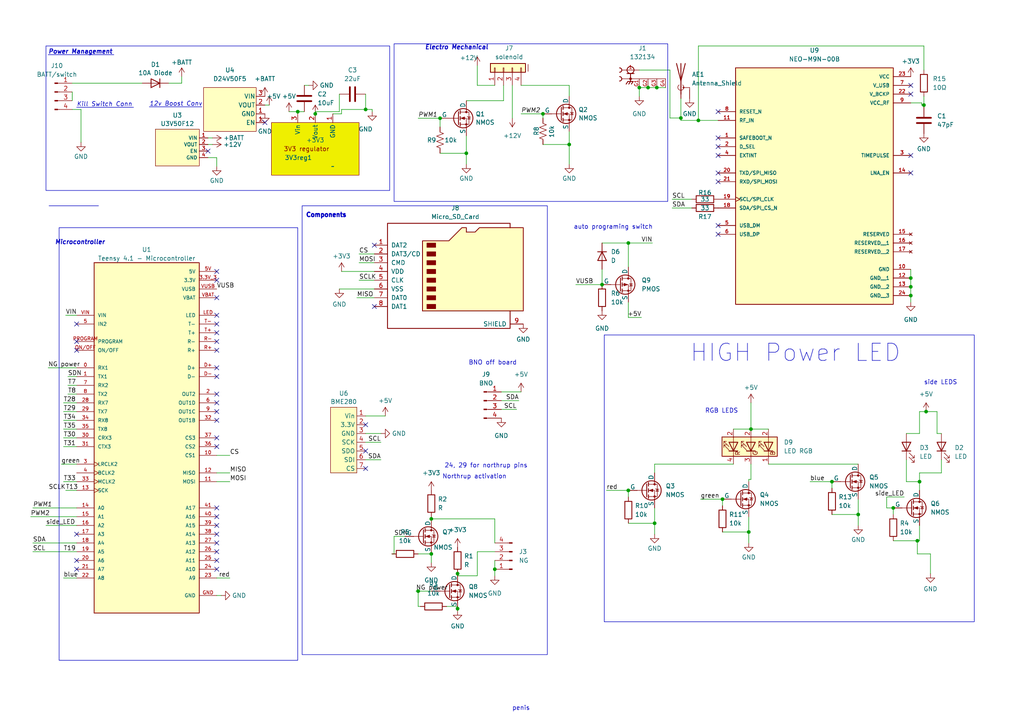
<source format=kicad_sch>
(kicad_sch (version 20250114) (generator "eeschema") (generator_version "9.0")
  (paper "A4")
  (rectangle (start 14.224 59.69) (end 28.575 59.69))
  (rectangle (start 13.335 13.335) (end 113.03 55.245))
  (rectangle (start 22.225 31.115) (end 38.735 31.115))
  (rectangle (start 114.3 12.7) (end 193.675 58.42))
  (rectangle (start 17.145 66.04) (end 86.36 191.516))
  (rectangle (start 175.26 97.155) (end 282.575 180.34))
  (rectangle (start 87.63 59.69) (end 158.75 189.865))
  (rectangle (start 13.97 15.875) (end 33.02 15.875))
  (rectangle (start 43.307 30.988) (end 58.547 30.988))
  (text "BNO off board" (at 135.89 106.045 0) (effects (font (size 1.27 1.27)) (justify left bottom)))
  (text "auto programing switch" (at 166.37 66.675 0) (effects (font (size 1.27 1.27)) (justify left bottom)))
  (text "12v Boost Conv" (at 43.307 30.988 0) (effects (font (size 1.27 1.27) (italic yes)) (justify left bottom)))
  (text "24, 29 for northrup pins" (at 128.905 135.89 0) (effects (font (size 1.27 1.27)) (justify left bottom)))
  (text "Components" (at 88.646 63.246 0) (effects (font (size 1.27 1.27) (thickness 1) (bold yes)) (justify left bottom)))
  (text "Electro Mechanical" (at 123.19 14.605 0) (effects (font (size 1.27 1.27) (thickness 0.254) (bold yes) (italic yes)) (justify left bottom)))
  (text "Kill Switch Conn" (at 22.225 31.115 0) (effects (font (size 1.27 1.27) (italic yes)) (justify left bottom)))
  (text "Microcontroller" (at 15.875 71.12 0) (effects (font (size 1.27 1.27) (thickness 0.254) (bold yes) (italic yes)) (justify left bottom)))
  (text "Northrup activation" (at 128.27 139.065 0) (effects (font (size 1.27 1.27)) (justify left bottom)))
  (text "penis" (at 151.13 205.486 0) (effects (font (size 1.27 1.27))))
  (text "HIGH Power LED" (at 200.025 105.41 0) (effects (font (size 5 5)) (justify left bottom)))
  (text "Power Management" (at 13.97 15.875 0) (effects (font (size 1.27 1.27) (thickness 0.254) (bold yes) (italic yes)) (justify left bottom)))
  (text "RGB LEDS" (at 204.47 120.015 0) (effects (font (size 1.27 1.27)) (justify left bottom)))
  (text "side LEDS" (at 267.97 111.76 0) (effects (font (size 1.27 1.27)) (justify left bottom)))
  (junction (at 267.97 30.48))
  (junction (at 241.3 139.7))
  (junction (at 264.16 85.725))
  (junction (at 121.285 171.45))
  (junction (at 189.865 151.765))
  (junction (at 125.095 160.655))
  (junction (at 217.17 154.305))
  (junction (at 132.715 166.37))
  (junction (at 259.08 147.32))
  (junction (at 266.065 156.845))
  (junction (at 190.5 25.4))
  (junction (at 135.255 44.45))
  (junction (at 174.625 82.55))
  (junction (at 106.045 31.75))
  (junction (at 143.51 165.1))
  (junction (at 187.96 25.4))
  (junction (at 132.715 176.53))
  (junction (at 202.565 34.925))
  (junction (at 165.1 41.91))
  (junction (at 266.7 139.7))
  (junction (at 127.635 34.29))
  (junction (at 248.92 149.225))
  (junction (at 209.55 144.78))
  (junction (at 264.16 83.185))
  (junction (at 91.44 33.02))
  (junction (at 86.36 32.385))
  (junction (at 268.605 119.38))
  (junction (at 157.48 33.02))
  (junction (at 182.245 70.485))
  (junction (at 217.805 124.46))
  (junction (at 182.245 142.24))
  (junction (at 197.485 34.223))
  (junction (at 185.42 25.4))
  (junction (at 264.16 80.645))
  (junction (at 125.095 150.495))
  (no_connect (at 22.225 165.1))
  (no_connect (at 62.865 109.22))
  (no_connect (at 62.865 152.4))
  (no_connect (at 62.865 129.54))
  (no_connect (at 62.865 116.84))
  (no_connect (at 62.865 165.1))
  (no_connect (at 62.865 114.3))
  (no_connect (at 208.28 50.165))
  (no_connect (at 208.28 67.945))
  (no_connect (at 62.865 149.86))
  (no_connect (at 62.865 147.32))
  (no_connect (at 208.28 32.385))
  (no_connect (at 264.16 24.765))
  (no_connect (at 62.865 154.94))
  (no_connect (at 22.225 93.98))
  (no_connect (at 62.865 157.48))
  (no_connect (at 22.225 162.56))
  (no_connect (at 62.865 81.28))
  (no_connect (at 208.28 40.005))
  (no_connect (at 62.865 96.52))
  (no_connect (at 60.325 43.815))
  (no_connect (at 62.865 99.06))
  (no_connect (at 22.225 101.6))
  (no_connect (at 106.045 130.81))
  (no_connect (at 76.835 35.56))
  (no_connect (at 264.16 50.165))
  (no_connect (at 208.28 52.705))
  (no_connect (at 62.865 119.38))
  (no_connect (at 108.585 71.12))
  (no_connect (at 264.16 27.305))
  (no_connect (at 22.225 154.94))
  (no_connect (at 62.865 121.92))
  (no_connect (at 208.28 65.405))
  (no_connect (at 106.045 123.19))
  (no_connect (at 62.865 106.68))
  (no_connect (at 62.865 160.02))
  (no_connect (at 62.865 86.36))
  (no_connect (at 208.28 45.085))
  (no_connect (at 62.865 78.74))
  (no_connect (at 22.225 99.06))
  (no_connect (at 62.865 91.44))
  (no_connect (at 62.865 127))
  (no_connect (at 208.28 42.545))
  (no_connect (at 62.865 93.98))
  (no_connect (at 62.865 162.56))
  (no_connect (at 264.16 45.085))
  (no_connect (at 106.045 135.89))
  (no_connect (at 108.585 88.9))
  (no_connect (at 62.865 101.6))
  (wire (pts (xy 99.06 78.74) (xy 108.585 78.74)))
  (wire (pts (xy 167.005 82.55) (xy 174.625 82.55)))
  (wire (pts (xy 148.59 24.765) (xy 148.59 34.29)))
  (wire (pts (xy 125.095 163.195) (xy 125.095 160.655)))
  (wire (pts (xy 185.42 25.4) (xy 185.42 27.94)))
  (wire (pts (xy 121.285 171.45) (xy 121.285 175.895)))
  (wire (pts (xy 145.415 113.665) (xy 151.13 113.665)))
  (wire (pts (xy 121.285 160.655) (xy 125.095 160.655)))
  (wire (pts (xy 194.31 20.32) (xy 185.42 20.32)))
  (wire (pts (xy 267.97 13.335) (xy 267.97 20.32)))
  (wire (pts (xy 194.31 34.223) (xy 194.31 20.32)))
  (wire (pts (xy 174.625 78.105) (xy 174.625 82.55)))
  (wire (pts (xy 22.225 160.02) (xy 9.525 160.02)))
  (wire (pts (xy 62.865 167.64) (xy 66.675 167.64)))
  (wire (pts (xy 132.715 177.165) (xy 132.715 176.53)))
  (wire (pts (xy 209.55 154.305) (xy 217.17 154.305)))
  (wire (pts (xy 197.485 34.223) (xy 194.31 34.223)))
  (wire (pts (xy 19.685 114.3) (xy 22.225 114.3)))
  (wire (pts (xy 121.285 34.29) (xy 127.635 34.29)))
  (wire (pts (xy 13.97 106.68) (xy 22.225 106.68)))
  (wire (pts (xy 129.54 175.895) (xy 132.715 175.895)))
  (wire (pts (xy 17.78 134.62) (xy 22.225 134.62)))
  (wire (pts (xy 189.865 147.32) (xy 189.865 151.765)))
  (wire (pts (xy 62.865 137.16) (xy 66.675 137.16)))
  (wire (pts (xy 257.175 144.145) (xy 257.175 147.32)))
  (wire (pts (xy 107.95 31.75) (xy 106.045 31.75)))
  (wire (pts (xy 138.43 19.05) (xy 138.43 24.765)))
  (wire (pts (xy 202.565 13.335) (xy 267.97 13.335)))
  (wire (pts (xy 86.36 32.385) (xy 86.36 33.02)))
  (wire (pts (xy 267.97 30.48) (xy 267.97 31.115)))
  (wire (pts (xy 19.685 111.76) (xy 22.225 111.76)))
  (wire (pts (xy 135.255 47.625) (xy 135.255 44.45)))
  (wire (pts (xy 271.78 119.38) (xy 271.78 125.73)))
  (wire (pts (xy 217.17 149.86) (xy 217.17 154.305)))
  (wire (pts (xy 145.415 118.745) (xy 149.86 118.745)))
  (wire (pts (xy 174.625 70.485) (xy 182.245 70.485)))
  (wire (pts (xy 268.605 119.38) (xy 266.7 119.38)))
  (wire (pts (xy 103.505 86.36) (xy 108.585 86.36)))
  (wire (pts (xy 202.565 34.925) (xy 202.565 13.335)))
  (wire (pts (xy 217.805 134.62) (xy 217.805 139.065)))
  (wire (pts (xy 264.16 85.725) (xy 264.16 87.63)))
  (wire (pts (xy 114.3 160.655) (xy 113.665 160.655)))
  (wire (pts (xy 182.245 70.485) (xy 189.23 70.485)))
  (wire (pts (xy 106.045 133.35) (xy 110.49 133.35)))
  (wire (pts (xy 273.05 137.16) (xy 273.05 133.35)))
  (wire (pts (xy 186.055 92.075) (xy 182.245 92.075)))
  (wire (pts (xy 259.08 156.845) (xy 266.065 156.845)))
  (wire (pts (xy 138.43 24.765) (xy 143.51 24.765)))
  (wire (pts (xy 266.7 137.16) (xy 273.05 137.16)))
  (wire (pts (xy 106.045 120.65) (xy 111.76 120.65)))
  (wire (pts (xy 121.285 171.45) (xy 125.095 171.45)))
  (wire (pts (xy 194.945 57.785) (xy 200.66 57.785)))
  (wire (pts (xy 121.285 175.895) (xy 121.92 175.895)))
  (wire (pts (xy 106.045 128.27) (xy 110.49 128.27)))
  (wire (pts (xy 209.55 144.78) (xy 209.55 146.685)))
  (wire (pts (xy 62.865 132.08) (xy 66.675 132.08)))
  (wire (pts (xy 266.7 156.845) (xy 266.065 156.845)))
  (wire (pts (xy 262.89 133.35) (xy 262.89 139.7)))
  (wire (pts (xy 197.485 34.925) (xy 197.485 34.223)))
  (wire (pts (xy 98.425 83.82) (xy 108.585 83.82)))
  (wire (pts (xy 157.48 33.02) (xy 157.48 34.29)))
  (wire (pts (xy 18.415 116.84) (xy 22.225 116.84)))
  (wire (pts (xy 194.945 60.325) (xy 200.66 60.325)))
  (wire (pts (xy 106.045 27.305) (xy 106.045 31.75)))
  (wire (pts (xy 114.3 155.575) (xy 114.3 160.655)))
  (wire (pts (xy 114.3 155.575) (xy 117.475 155.575)))
  (wire (pts (xy 212.725 124.46) (xy 217.805 124.46)))
  (wire (pts (xy 98.425 27.305) (xy 98.425 32.385)))
  (wire (pts (xy 248.92 144.78) (xy 248.92 149.225)))
  (wire (pts (xy 266.7 137.16) (xy 266.7 139.7)))
  (wire (pts (xy 165.1 41.91) (xy 165.1 38.1)))
  (wire (pts (xy 266.7 125.73) (xy 262.89 125.73)))
  (wire (pts (xy 202.565 34.925) (xy 197.485 34.925)))
  (wire (pts (xy 182.245 142.24) (xy 182.245 144.145)))
  (wire (pts (xy 52.705 24.13) (xy 52.705 22.225)))
  (wire (pts (xy 62.865 139.7) (xy 66.675 139.7)))
  (wire (pts (xy 127.635 34.29) (xy 127.635 36.83)))
  (wire (pts (xy 197.485 34.223) (xy 197.485 28.575)))
  (wire (pts (xy 20.955 31.75) (xy 23.495 31.75)))
  (wire (pts (xy 88.265 32.385) (xy 86.36 32.385)))
  (wire (pts (xy 259.08 149.225) (xy 259.08 147.32)))
  (wire (pts (xy 91.44 32.385) (xy 91.44 33.02)))
  (wire (pts (xy 203.2 144.78) (xy 209.55 144.78)))
  (wire (pts (xy 266.7 119.38) (xy 266.7 125.73)))
  (wire (pts (xy 267.335 29.845) (xy 267.335 30.48)))
  (wire (pts (xy 257.175 147.32) (xy 259.08 147.32)))
  (wire (pts (xy 222.885 134.62) (xy 248.92 134.62)))
  (wire (pts (xy 138.43 160.02) (xy 143.51 160.02)))
  (wire (pts (xy 241.3 149.225) (xy 248.92 149.225)))
  (wire (pts (xy 264.16 80.645) (xy 264.16 83.185)))
  (wire (pts (xy 264.16 78.105) (xy 264.16 80.645)))
  (wire (pts (xy 98.425 32.385) (xy 91.44 32.385)))
  (wire (pts (xy 143.51 165.1) (xy 143.51 167.005)))
  (wire (pts (xy 217.17 154.305) (xy 217.17 157.48)))
  (wire (pts (xy 76.835 30.48) (xy 78.105 30.48)))
  (wire (pts (xy 127.635 44.45) (xy 135.255 44.45)))
  (wire (pts (xy 104.14 76.2) (xy 108.585 76.2)))
  (wire (pts (xy 264.16 29.845) (xy 267.335 29.845)))
  (wire (pts (xy 264.16 83.185) (xy 264.16 85.725)))
  (wire (pts (xy 266.7 152.4) (xy 266.7 156.845)))
  (wire (pts (xy 262.89 139.7) (xy 266.7 139.7)))
  (wire (pts (xy 151.13 24.765) (xy 165.1 24.765)))
  (wire (pts (xy 9.525 157.48) (xy 22.225 157.48)))
  (wire (pts (xy 83.82 32.385) (xy 86.36 32.385)))
  (wire (pts (xy 190.5 25.4) (xy 193.04 25.4)))
  (wire (pts (xy 120.65 171.45) (xy 121.285 171.45)))
  (wire (pts (xy 271.78 125.73) (xy 273.05 125.73)))
  (wire (pts (xy 99.06 31.75) (xy 99.06 33.02)))
  (wire (pts (xy 99.06 33.02) (xy 96.52 33.02)))
  (wire (pts (xy 262.255 144.145) (xy 257.175 144.145)))
  (wire (pts (xy 9.525 147.32) (xy 22.225 147.32)))
  (wire (pts (xy 61.595 41.91) (xy 60.325 41.91)))
  (wire (pts (xy 132.715 167.005) (xy 138.43 167.005)))
  (wire (pts (xy 187.96 25.4) (xy 190.5 25.4)))
  (wire (pts (xy 18.415 139.7) (xy 22.225 139.7)))
  (wire (pts (xy 269.875 160.655) (xy 269.875 166.37)))
  (wire (pts (xy 248.92 149.225) (xy 248.92 152.4)))
  (wire (pts (xy 107.95 32.385) (xy 107.95 31.75)))
  (wire (pts (xy 18.415 121.92) (xy 22.225 121.92)))
  (wire (pts (xy 217.17 139.065) (xy 217.805 139.065)))
  (wire (pts (xy 217.805 124.46) (xy 222.885 124.46)))
  (wire (pts (xy 189.865 134.62) (xy 212.725 134.62)))
  (wire (pts (xy 61.595 40.005) (xy 60.325 40.005)))
  (wire (pts (xy 22.225 149.86) (xy 8.89 149.86)))
  (wire (pts (xy 18.415 167.64) (xy 22.225 167.64)))
  (wire (pts (xy 99.06 31.75) (xy 106.045 31.75)))
  (wire (pts (xy 217.805 116.84) (xy 217.805 124.46)))
  (wire (pts (xy 20.955 26.67) (xy 20.955 29.21)))
  (wire (pts (xy 267.97 27.94) (xy 267.97 30.48)))
  (wire (pts (xy 18.415 119.38) (xy 22.225 119.38)))
  (wire (pts (xy 208.28 34.925) (xy 202.565 34.925)))
  (wire (pts (xy 60.325 45.72) (xy 62.865 45.72)))
  (wire (pts (xy 182.245 151.765) (xy 189.865 151.765)))
  (wire (pts (xy 18.415 124.46) (xy 22.225 124.46)))
  (wire (pts (xy 234.95 139.7) (xy 241.3 139.7)))
  (wire (pts (xy 13.335 152.4) (xy 22.225 152.4)))
  (wire (pts (xy 146.05 29.21) (xy 146.05 24.765)))
  (wire (pts (xy 104.14 81.28) (xy 108.585 81.28)))
  (wire (pts (xy 266.7 139.7) (xy 266.7 142.24)))
  (wire (pts (xy 145.415 116.205) (xy 150.495 116.205)))
  (wire (pts (xy 132.715 175.895) (xy 132.715 176.53)))
  (wire (pts (xy 266.065 160.655) (xy 269.875 160.655)))
  (wire (pts (xy 189.865 151.765) (xy 189.865 154.94)))
  (wire (pts (xy 135.255 29.21) (xy 146.05 29.21)))
  (wire (pts (xy 110.49 125.73) (xy 106.045 125.73)))
  (wire (pts (xy 157.48 41.91) (xy 165.1 41.91)))
  (wire (pts (xy 48.895 24.13) (xy 52.705 24.13)))
  (wire (pts (xy 241.3 139.7) (xy 241.3 141.605)))
  (wire (pts (xy 268.605 119.38) (xy 271.78 119.38)))
  (wire (pts (xy 267.97 30.48) (xy 267.335 30.48)))
  (wire (pts (xy 64.135 172.72) (xy 62.865 172.72)))
  (wire (pts (xy 189.865 134.62) (xy 189.865 137.16)))
  (wire (pts (xy 185.42 25.4) (xy 187.96 25.4)))
  (wire (pts (xy 143.51 162.56) (xy 143.51 165.1)))
  (wire (pts (xy 18.415 129.54) (xy 22.225 129.54)))
  (wire (pts (xy 104.14 73.66) (xy 108.585 73.66)))
  (wire (pts (xy 132.715 166.37) (xy 132.715 167.005)))
  (wire (pts (xy 182.245 92.075) (xy 182.245 87.63)))
  (wire (pts (xy 125.095 149.86) (xy 125.095 150.495)))
  (wire (pts (xy 138.43 167.005) (xy 138.43 160.02)))
  (wire (pts (xy 165.1 24.765) (xy 165.1 27.94)))
  (wire (pts (xy 125.095 150.495) (xy 143.51 150.495)))
  (wire (pts (xy 266.065 156.845) (xy 266.065 160.655)))
  (wire (pts (xy 165.1 47.625) (xy 165.1 41.91)))
  (wire (pts (xy 20.955 24.13) (xy 41.275 24.13)))
  (wire (pts (xy 19.05 91.44) (xy 22.225 91.44)))
  (wire (pts (xy 88.265 24.765) (xy 89.535 24.765)))
  (wire (pts (xy 19.05 142.24) (xy 22.225 142.24)))
  (wire (pts (xy 143.51 150.495) (xy 143.51 157.48)))
  (wire (pts (xy 182.245 70.485) (xy 182.245 77.47)))
  (wire (pts (xy 217.17 139.065) (xy 217.17 139.7)))
  (wire (pts (xy 62.865 48.26) (xy 62.865 45.72)))
  (wire (pts (xy 18.415 127) (xy 22.225 127)))
  (wire (pts (xy 19.685 109.22) (xy 22.225 109.22)))
  (wire (pts (xy 135.255 44.45) (xy 135.255 39.37)))
  (wire (pts (xy 175.895 142.24) (xy 182.245 142.24)))
  (wire (pts (xy 151.13 33.02) (xy 157.48 33.02)))
  (wire (pts (xy 23.495 31.75) (xy 23.495 41.275)))
  (label "SDN" (at 114.3 155.575 0))
  (label "T19" (at 18.415 160.02 0))
  (label "T30" (at 18.415 127 0))
  (label "PWM2" (at 151.13 33.02 0) (effects (font (italic yes))))
  (label "VUSB" (at 62.865 83.82 0))
  (label "PWM1" (at 9.525 147.32 0) (effects (font (italic yes))))
  (label "T33" (at 18.415 139.7 0))
  (label "T35" (at 18.415 124.46 0))
  (label "CS" (at 66.675 132.08 0))
  (label "NG power" (at 13.97 106.68 0))
  (label "SCL" (at 110.49 128.27 180))
  (label "SDA" (at 194.945 60.325 0))
  (label "T7" (at 19.685 111.76 0))
  (label "NG power" (at 120.65 171.45 0))
  (label "blue" (at 234.95 139.7 0))
  (label "T8" (at 19.685 114.3 0))
  (label "T29" (at 18.415 119.38 0))
  (label "MISO" (at 66.675 137.16 0))
  (label "red" (at 175.895 142.24 0))
  (label "VIN" (at 189.23 70.485 180))
  (label "+5V" (at 186.055 92.075 180))
  (label "VIN" (at 19.05 91.44 0))
  (label "SDA" (at 9.525 157.48 0))
  (label "SCL" (at 149.86 118.745 180))
  (label "side_LED" (at 13.335 152.4 0))
  (label "T13" (at 19.05 142.24 0))
  (label "VUSB" (at 167.005 82.55 0))
  (label "SDA" (at 150.495 116.205 180))
  (label "T34" (at 18.415 121.92 0))
  (label "SCLK" (at 19.05 142.24 180))
  (label "SCLK" (at 104.14 81.28 0))
  (label "CS" (at 104.14 73.66 0))
  (label "MISO" (at 103.505 86.36 0))
  (label "PWM1" (at 121.285 34.29 0) (effects (font (italic yes))))
  (label "green" (at 17.78 134.62 0))
  (label "SDN" (at 19.685 109.22 0))
  (label "PWM2" (at 8.89 149.86 0))
  (label "MOSI" (at 66.675 139.7 0))
  (label "T31" (at 18.415 129.54 0))
  (label "SCL" (at 9.525 160.02 0))
  (label "green" (at 203.2 144.78 0))
  (label "red" (at 66.675 167.64 180))
  (label "blue" (at 18.415 167.64 0))
  (label "T28" (at 18.415 116.84 0))
  (label "side_LED" (at 262.255 144.145 180))
  (label "SCL" (at 194.945 57.785 0))
  (label "SDA" (at 110.49 133.35 180))
  (label "MOSI" (at 104.14 76.2 0))
  (symbol (lib_id "Simulation_SPICE:PMOS") (at 179.705 82.55 0) (unit 1)
    (property "Reference" "Q9" (at 186.055 81.28 0) (effects (justify left)))
    (property "Value" "PMOS" (at 186.055 83.82 0) (effects (justify left)))
    (property "Footprint" "SHC:TO-220AB_LTO" (effects (hide yes)))
    (property "Datasheet" "https://ngspice.sourceforge.io/docs/ngspice-manual.pdf" (effects (hide yes)))
    (property "Sim.Device" "PMOS" (effects (hide yes)))
    (property "Sim.Type" "VDMOS" (effects (hide yes)))
    (property "Sim.Pins" "1=D 2=G 3=S" (effects (hide yes)))
  )
  (symbol (lib_id "power:GND") (at 174.625 90.17 0) (unit 1)
    (property "Reference" "#PWR03" (effects (hide yes)))
    (property "Value" "GND" (at 174.625 95.25 0))
  )
  (symbol (lib_id "power:GND") (at 264.16 87.63 0) (unit 1)
    (property "Reference" "#PWR034" (effects (hide yes)))
    (property "Value" "GND" (at 264.16 92.71 0))
  )
  (symbol (lib_id "Simulation_SPICE:NMOS") (at 187.325 142.24 0) (unit 1)
    (property "Reference" "Q3" (at 193.04 140.97 0) (effects (justify left)))
    (property "Value" "NMOS" (at 193.04 143.51 0) (effects (justify left)))
    (property "Footprint" "SHC:SOT23_DMG3406_DIO" (effects (hide yes)))
    (property "Datasheet" "https://ngspice.sourceforge.io/docs/ngspice-manual.pdf" (effects (hide yes)))
    (property "Sim.Device" "NMOS" (effects (hide yes)))
    (property "Sim.Type" "VDMOS" (effects (hide yes)))
    (property "Sim.Pins" "1=D 2=G 3=S" (effects (hide yes)))
  )
  (symbol (lib_id "power:GND") (at 135.255 47.625 0) (unit 1)
    (property "Reference" "#PWR024" (effects (hide yes)))
    (property "Value" "GND" (at 135.255 51.7581 0))
  )
  (symbol (lib_name "LED_1") (lib_id "Device:LED") (at 262.89 129.54 90) (unit 1)
    (property "Reference" "D3" (at 266.7 129.8574 90) (effects (justify right)))
    (property "Value" "LED" (at 266.7 132.3974 90) (effects (justify right)))
    (property "Footprint" "Connector_Molex:Molex_Mini-Fit_Jr_5569-02A2_2x01_P4.20mm_Horizontal" (effects (hide yes)))
    (property "Description" "Light emitting diode" (effects (hide yes)))
    (property "Sim.Pins" "1=K 2=A" (effects (hide yes)))
  )
  (symbol (lib_id "power:GND") (at 165.1 47.625 0) (unit 1)
    (property "Reference" "#PWR026" (effects (hide yes)))
    (property "Value" "GND" (at 165.1 51.7581 0))
  )
  (symbol (lib_id "power:+5V") (at 83.82 32.385 0) (unit 1)
    (property "Reference" "#PWR01" (effects (hide yes)))
    (property "Value" "+5V" (at 83.82 27.94 0))
  )
  (symbol (lib_id "Device:R") (at 182.245 147.955 0) (unit 1)
    (property "Reference" "R10" (at 184.15 146.685 0) (effects (justify left)))
    (property "Value" "10k" (at 184.15 149.225 0) (effects (justify left)))
    (property "Footprint" "Resistor_SMD:R_0603_1608Metric_Pad0.98x0.95mm_HandSolder" (effects (hide yes)))
  )
  (symbol (lib_id "Simulation_SPICE:NMOS") (at 130.175 171.45 0) (unit 1)
    (property "Reference" "Q8" (at 135.89 170.18 0) (effects (justify left)))
    (property "Value" "NMOS" (at 135.89 172.72 0) (effects (justify left)))
    (property "Footprint" "SHC:SOT23_DMG3406_DIO" (effects (hide yes)))
    (property "Datasheet" "https://ngspice.sourceforge.io/docs/ngspice-manual.pdf" (effects (hide yes)))
    (property "Sim.Device" "NMOS" (effects (hide yes)))
    (property "Sim.Type" "VDMOS" (effects (hide yes)))
    (property "Sim.Pins" "1=D 2=G 3=S" (effects (hide yes)))
  )
  (symbol (lib_id "power:+BATT") (at 61.595 40.005 270) (unit 1)
    (property "Reference" "#PWR013" (effects (hide yes)))
    (property "Value" "+BATT" (at 64.77 40.005 90) (effects (justify left)))
  )
  (symbol (lib_id "Device:R_US") (at 157.48 38.1 0) (unit 1)
    (property "Reference" "R8" (at 155.575 39.37 90) (effects (justify left)))
    (property "Value" "10k" (at 160.02 40.005 90) (effects (justify left)))
    (property "Footprint" "Resistor_SMD:R_0603_1608Metric_Pad0.98x0.95mm_HandSolder" (effects (hide yes)))
  )
  (symbol (lib_id "power:+3V3") (at 132.715 158.75 0) (unit 1)
    (property "Reference" "#PWR09" (effects (hide yes)))
    (property "Value" "+3V3" (at 132.715 153.67 0))
  )
  (symbol (lib_id "power:GND") (at 189.865 154.94 0) (unit 1)
    (property "Reference" "#PWR05" (effects (hide yes)))
    (property "Value" "GND" (at 189.865 159.0731 0))
  )
  (symbol (lib_id "power:GND") (at 76.835 33.02 0) (unit 1)
    (property "Reference" "#PWR046" (effects (hide yes)))
    (property "Value" "GND" (at 76.835 38.1 0))
  )
  (symbol (lib_id "Simulation_SPICE:NMOS") (at 214.63 144.78 0) (unit 1)
    (property "Reference" "Q4" (at 220.345 143.51 0) (effects (justify left)))
    (property "Value" "NMOS" (at 220.345 146.05 0) (effects (justify left)))
    (property "Footprint" "SHC:SOT23_DMG3406_DIO" (effects (hide yes)))
    (property "Datasheet" "https://ngspice.sourceforge.io/docs/ngspice-manual.pdf" (effects (hide yes)))
    (property "Sim.Device" "NMOS" (effects (hide yes)))
    (property "Sim.Type" "VDMOS" (effects (hide yes)))
    (property "Sim.Pins" "1=D 2=G 3=S" (effects (hide yes)))
  )
  (symbol (lib_name "GND_1") (lib_id "power:GND") (at 185.42 27.94 0) (unit 1)
    (property "Reference" "#PWR016" (effects (hide yes)))
    (property "Value" "GND" (at 185.42 33.02 0))
    (property "Description" "Power symbol creates a global label with name \"GND\" , ground" (effects (hide yes)))
  )
  (symbol (lib_id "Simulation_SPICE:NMOS") (at 122.555 155.575 0) (unit 1)
    (property "Reference" "Q7" (at 128.27 154.305 0) (effects (justify left)))
    (property "Value" "NMOS" (at 125.73 158.75 0) (effects (justify left)))
    (property "Footprint" "SHC:SOT23_DMG3406_DIO" (effects (hide yes)))
    (property "Datasheet" "https://ngspice.sourceforge.io/docs/ngspice-manual.pdf" (effects (hide yes)))
    (property "Sim.Device" "NMOS" (effects (hide yes)))
    (property "Sim.Type" "VDMOS" (effects (hide yes)))
    (property "Sim.Pins" "1=D 2=G 3=S" (effects (hide yes)))
  )
  (symbol (lib_id "power:GND") (at 89.535 24.765 90) (unit 1)
    (property "Reference" "#PWR022" (effects (hide yes)))
    (property "Value" "GND" (at 92.71 24.765 90) (effects (justify right)))
  )
  (symbol (lib_id "SHC_symbol:NEO-M9N-00B") (at 236.22 47.625 0) (unit 1)
    (property "Reference" "U9" (at 236.22 14.605 0))
    (property "Value" "NEO-M9N-00B" (at 236.22 17.145 0))
    (property "Footprint" "SHC:XCVR_NEO-M9N-00B" (effects (hide yes)))
    (property "PARTREV" "R05" (effects (hide yes)))
    (property "MANUFACTURER" "U blox" (effects (hide yes)))
    (property "MAXIMUM_PACKAGE_HEIGHT" "2.6mm" (effects (hide yes)))
    (property "STANDARD" "Manufacturer Recommendations" (effects (hide yes)))
  )
  (symbol (lib_id "Connector:Conn_01x04_Pin") (at 15.875 26.67 0) (unit 1)
    (property "Reference" "J10" (at 16.51 19.05 0))
    (property "Value" "BATT/switch" (at 16.51 21.59 0))
    (property "Footprint" "Connector_Molex:Molex_Mini-Fit_Jr_5569-04A2_2x02_P4.20mm_Horizontal" (effects (hide yes)))
  )
  (symbol (lib_id "power:+3V3") (at 125.095 142.24 0) (unit 1)
    (property "Reference" "#PWR019" (effects (hide yes)))
    (property "Value" "+3V3" (at 125.095 137.16 0))
  )
  (symbol (lib_id "SHC_symbol:3V3_reg") (at 96.52 48.26 0) (unit 1)
    (property "Reference" "3V3reg1" (at 82.55 45.72 0) (effects (justify left)))
    (property "Value" "~" (at 96.52 48.26 0))
    (property "Footprint" "SHC:SOT223-5_DIO-M" (effects (hide yes)))
    (property "Datasheet" "https://www.pololu.com/product/2849" (effects (hide yes)))
  )
  (symbol (lib_id "Device:R") (at 132.715 162.56 0) (unit 1)
    (property "Reference" "R1" (at 134.62 161.29 0) (effects (justify left)))
    (property "Value" "R" (at 134.62 163.83 0) (effects (justify left)))
    (property "Footprint" "Resistor_SMD:R_0603_1608Metric_Pad0.98x0.95mm_HandSolder" (effects (hide yes)))
  )
  (symbol (lib_name "+12V_1") (lib_id "power:+12V") (at 148.59 34.29 180) (unit 1)
    (property "Reference" "#PWR021" (effects (hide yes)))
    (property "Value" "+12V" (at 148.59 39.37 0))
    (property "Description" "Power symbol creates a global label with name \"+12V\"" (effects (hide yes)))
  )
  (symbol (lib_id "power:GND") (at 151.765 93.98 0) (unit 1)
    (property "Reference" "#PWR028" (effects (hide yes)))
    (property "Value" "GND" (at 151.765 98.425 0))
  )
  (symbol (lib_id "Device:C") (at 267.97 34.925 0) (unit 1)
    (property "Reference" "C1" (at 271.78 33.655 0) (effects (justify left)))
    (property "Value" "47pF" (at 271.78 36.195 0) (effects (justify left)))
    (property "Footprint" "Capacitor_SMD:C_0603_1608Metric_Pad1.08x0.95mm_HandSolder" (effects (hide yes)))
  )
  (symbol (lib_id "power:GND") (at 269.875 166.37 0) (unit 1)
    (property "Reference" "#PWR052" (effects (hide yes)))
    (property "Value" "GND" (at 269.875 170.815 0))
  )
  (symbol (lib_id "Device:C") (at 88.265 28.575 0) (unit 1)
    (property "Reference" "C2" (at 92.075 27.305 0) (effects (justify left)))
    (property "Value" "10uF" (at 92.075 29.845 0) (effects (justify left)))
    (property "Footprint" "Capacitor_SMD:C_0603_1608Metric_Pad1.08x0.95mm_HandSolder" (effects (hide yes)))
  )
  (symbol (lib_id "power:GND") (at 217.17 157.48 0) (unit 1)
    (property "Reference" "#PWR040" (effects (hide yes)))
    (property "Value" "GND" (at 217.17 161.6131 0))
  )
  (symbol (lib_id "Device:R") (at 259.08 153.035 0) (unit 1)
    (property "Reference" "R4" (at 260.985 151.765 0) (effects (justify left)))
    (property "Value" "10k" (at 260.985 154.305 0) (effects (justify left)))
    (property "Footprint" "Resistor_SMD:R_0603_1608Metric_Pad0.98x0.95mm_HandSolder" (effects (hide yes)))
  )
  (symbol (lib_id "power:GND") (at 200.025 28.575 0) (unit 1)
    (property "Reference" "#PWR035" (effects (hide yes)))
    (property "Value" "GND" (at 200.025 33.02 0))
  )
  (symbol (lib_id "power:GND") (at 62.865 48.26 0) (unit 1)
    (property "Reference" "#PWR014" (effects (hide yes)))
    (property "Value" "GND" (at 62.865 52.3931 0))
  )
  (symbol (lib_id "Device:LED") (at 273.05 129.54 90) (unit 1)
    (property "Reference" "D2" (at 276.86 129.8574 90) (effects (justify right)))
    (property "Value" "LED" (at 276.86 132.3974 90) (effects (justify right)))
    (property "Footprint" "Connector_Molex:Molex_Mini-Fit_Jr_5569-02A2_2x01_P4.20mm_Horizontal" (effects (hide yes)))
    (property "Description" "Light emitting diode" (effects (hide yes)))
    (property "Sim.Pins" "1=K 2=A" (effects (hide yes)))
  )
  (symbol (lib_id "Connector_Generic_MountingPin:Conn_01x04_MountingPin") (at 146.05 19.685 90) (unit 1)
    (property "Reference" "J7" (at 147.6756 13.97 90))
    (property "Value" "solenoid" (at 147.6756 16.51 90))
    (property "Footprint" "Connector_Molex:Molex_Mini-Fit_Jr_5569-04A2_2x02_P4.20mm_Horizontal" (effects (hide yes)))
  )
  (symbol (lib_id "power:GND") (at 23.495 41.275 0) (unit 1)
    (property "Reference" "#PWR012" (effects (hide yes)))
    (property "Value" "GND" (at 23.495 45.4081 0))
  )
  (symbol (lib_id "Device:C") (at 102.235 27.305 270) (unit 1)
    (property "Reference" "C3" (at 102.235 20.32 90))
    (property "Value" "22uF" (at 102.235 22.86 90))
    (property "Footprint" "Capacitor_SMD:C_0603_1608Metric_Pad1.08x0.95mm_HandSolder" (effects (hide yes)))
  )
  (symbol (lib_id "power:GND") (at 98.425 83.82 0) (unit 1)
    (property "Reference" "#PWR030" (effects (hide yes)))
    (property "Value" "GND" (at 98.425 88.265 0))
  )
  (symbol (lib_id "power:GND") (at 107.95 32.385 0) (unit 1)
    (property "Reference" "#PWR017" (effects (hide yes)))
    (property "Value" "GND" (at 106.045 37.465 0))
  )
  (symbol (lib_id "power:+5V") (at 217.805 116.84 0) (unit 1)
    (property "Reference" "#PWR043" (effects (hide yes)))
    (property "Value" "+5V" (at 217.805 112.395 0))
  )
  (symbol (lib_id "Device:R") (at 125.095 146.05 0) (unit 1)
    (property "Reference" "R2" (at 127 144.78 0) (effects (justify left)))
    (property "Value" "R" (at 127 147.32 0) (effects (justify left)))
    (property "Footprint" "Resistor_SMD:R_0603_1608Metric_Pad0.98x0.95mm_HandSolder" (effects (hide yes)))
  )
  (symbol (lib_id "power:+5V") (at 78.105 30.48 0) (unit 1)
    (property "Reference" "#PWR045" (effects (hide yes)))
    (property "Value" "+5V" (at 79.375 27.94 0))
  )
  (symbol (lib_id "power:+BATT") (at 52.705 22.225 0) (unit 1)
    (property "Reference" "#PWR011" (effects (hide yes)))
    (property "Value" "+BATT" (at 52.705 18.0919 0))
  )
  (symbol (lib_id "Simulation_SPICE:NMOS") (at 162.56 33.02 0) (unit 1)
    (property "Reference" "Q2" (at 167.767 31.8079 0) (effects (justify left)))
    (property "Value" "NMOS" (at 167.767 34.2321 0) (effects (justify left)))
    (property "Footprint" "SHC:SOT23_DMG3406_DIO" (effects (hide yes)))
    (property "Datasheet" "https://ngspice.sourceforge.io/docs/ngspice-manual.pdf" (effects (hide yes)))
    (property "Sim.Device" "NMOS" (effects (hide yes)))
    (property "Sim.Type" "VDMOS" (effects (hide yes)))
    (property "Sim.Pins" "1=D 2=G 3=S" (effects (hide yes)))
  )
  (symbol (lib_id "Simulation_SPICE:NMOS") (at 264.16 147.32 0) (unit 1)
    (property "Reference" "Q6" (at 269.875 146.05 0) (effects (justify left)))
    (property "Value" "NMOS" (at 269.875 148.59 0) (effects (justify left)))
    (property "Footprint" "SHC:SOT23_DMG3406_DIO" (effects (hide yes)))
    (property "Datasheet" "https://ngspice.sourceforge.io/docs/ngspice-manual.pdf" (effects (hide yes)))
    (property "Sim.Device" "NMOS" (effects (hide yes)))
    (property "Sim.Type" "VDMOS" (effects (hide yes)))
    (property "Sim.Pins" "1=D 2=G 3=S" (effects (hide yes)))
  )
  (symbol (lib_id "Simulation_SPICE:NMOS") (at 132.715 34.29 0) (unit 1)
    (property "Reference" "Q1" (at 137.922 33.0779 0) (effects (justify left)))
    (property "Value" "NMOS" (at 137.922 35.5021 0) (effects (justify left)))
    (property "Footprint" "SHC:SOT23_DMG3406_DIO" (effects (hide yes)))
    (property "Datasheet" "https://ngspice.sourceforge.io/docs/ngspice-manual.pdf" (effects (hide yes)))
    (property "Sim.Device" "NMOS" (effects (hide yes)))
    (property "Sim.Type" "VDMOS" (effects (hide yes)))
    (property "Sim.Pins" "1=D 2=G 3=S" (effects (hide yes)))
  )
  (symbol (lib_id "Device:D") (at 45.085 24.13 180) (unit 1)
    (property "Reference" "D1" (at 45.085 18.7157 0))
    (property "Value" "10A Diode" (at 45.085 21.1399 0))
    (property "Footprint" "SHC:HAVOC diode" (effects (hide yes)))
    (property "Sim.Device" "D" (effects (hide yes)))
    (property "Sim.Pins" "1=K 2=A" (effects (hide yes)))
  )
  (symbol (lib_id "SpaceHardwareClub:BMP388") (at 99.695 116.84 0) (unit 1)
    (property "Reference" "U6" (at 99.695 114.0927 0))
    (property "Value" "BME280" (at 99.695 116.5169 0))
    (property "Footprint" "SHC:BME280" (effects (hide yes)))
  )
  (symbol (lib_id "power:+BATT") (at 76.835 27.94 0) (unit 1)
    (property "Reference" "#PWR039" (effects (hide yes)))
    (property "Value" "+BATT" (at 76.835 22.86 0))
  )
  (symbol (lib_id "power:GND") (at 125.095 163.195 0) (unit 1)
    (property "Reference" "#PWR07" (effects (hide yes)))
    (property "Value" "GND" (at 125.095 168.275 0))
  )
  (symbol (lib_id "power:+3V3") (at 99.06 78.74 0) (unit 1)
    (property "Reference" "#PWR032" (effects (hide yes)))
    (property "Value" "+3V3" (at 99.06 74.295 0))
  )
  (symbol (lib_id "power:GND") (at 267.97 38.735 0) (unit 1)
    (property "Reference" "#PWR08" (effects (hide yes)))
    (property "Value" "GND" (at 267.97 43.18 0))
  )
  (symbol (lib_id "SpaceHardwareClub:U3V70F12") (at 51.435 34.29 0) (unit 1)
    (property "Reference" "U3" (at 51.435 33.4477 0))
    (property "Value" "U3V50F12" (at 51.435 35.8719 0))
    (property "Footprint" "SHC:U3V50F12_12V_REG" (effects (hide yes)))
  )
  (symbol (lib_id "power:+3V3") (at 264.16 22.225 0) (unit 1)
    (property "Reference" "#PWR036" (effects (hide yes)))
    (property "Value" "+3V3" (at 264.16 17.78 0))
  )
  (symbol (lib_id "Device:R") (at 125.73 175.895 90) (unit 1)
    (property "Reference" "R3" (at 125.73 169.545 90))
    (property "Value" "10k" (at 125.73 172.085 90))
    (property "Footprint" "Resistor_SMD:R_0603_1608Metric_Pad0.98x0.95mm_HandSolder" (effects (hide yes)))
  )
  (symbol (lib_id "Connector:Conn_01x04_Pin") (at 140.335 116.205 0) (unit 1)
    (property "Reference" "J9" (at 140.97 108.585 0))
    (property "Value" "BNO" (at 140.97 111.125 0))
    (property "Footprint" "Connector_Molex:Molex_Mini-Fit_Jr_5569-04A2_2x02_P4.20mm_Horizontal" (effects (hide yes)))
  )
  (symbol (lib_id "Device:R") (at 209.55 150.495 0) (unit 1)
    (property "Reference" "R11" (at 211.455 149.225 0) (effects (justify left)))
    (property "Value" "10k" (at 211.455 151.765 0) (effects (justify left)))
    (property "Footprint" "Resistor_SMD:R_0603_1608Metric_Pad0.98x0.95mm_HandSolder" (effects (hide yes)))
  )
  (symbol (lib_id "power:GND") (at 145.415 121.285 0) (unit 1)
    (property "Reference" "#PWR044" (effects (hide yes)))
    (property "Value" "GND" (at 145.415 126.365 0))
  )
  (symbol (lib_id "Device:R") (at 174.625 86.36 0) (unit 1)
    (property "Reference" "R6" (at 177.165 85.09 0) (effects (justify left)))
    (property "Value" "10k" (at 177.165 87.63 0) (effects (justify left)))
    (property "Footprint" "Resistor_SMD:R_0603_1608Metric_Pad0.98x0.95mm_HandSolder" (effects (hide yes)))
  )
  (symbol (lib_id "Device:LED_RGB") (at 217.805 129.54 90) (unit 1)
    (property "Reference" "D9" (at 227.33 128.27 90) (effects (justify right)))
    (property "Value" "LED RGB" (at 227.33 130.81 90) (effects (justify right)))
    (property "Footprint" "Connector_Molex:Molex_Mini-Fit_Jr_5569-04A2_2x02_P4.20mm_Horizontal" (effects (hide yes)))
  )
  (symbol (lib_id "Device:R") (at 204.47 57.785 270) (unit 1)
    (property "Reference" "R16" (at 204.47 55.88 90))
    (property "Value" "33" (at 204.47 57.785 90))
    (property "Footprint" "Resistor_SMD:R_0603_1608Metric_Pad0.98x0.95mm_HandSolder" (effects (hide yes)))
  )
  (symbol (lib_id "Teensy4-1:DEV-16771") (at 42.545 127 0) (unit 1)
    (property "Reference" "U1" (at 42.545 72.39 0))
    (property "Value" "Teensy 4.1 - Microcontroller" (at 42.545 74.93 0))
    (property "Footprint" "SHC:MODULE_Teensy4-1-H4.0" (effects (hide yes)))
    (property "Description" "\nRT1062 Teensy 4.1 series ARM® Cortex®-M7 MPU Embedded Evaluation Board\n" (effects (hide yes)))
    (property "MF" "SparkFun Electronics" (effects (hide yes)))
    (property "MAXIMUM_PACKAGE_HEIGHT" "4.07mm" (effects (hide yes)))
    (property "Package" "None" (effects (hide yes)))
    (property "Price" "None" (effects (hide yes)))
    (property "Check_prices" "https://www.snapeda.com/parts/DEV-16771/SparkFun+Electronics/view-part/?ref=eda" (effects (hide yes)))
    (property "STANDARD" "Manufacturer recommendations" (effects (hide yes)))
    (property "PARTREV" "4.1" (effects (hide yes)))
    (property "SnapEDA_Link" "https://www.snapeda.com/parts/DEV-16771/SparkFun+Electronics/view-part/?ref=snap" (effects (hide yes)))
    (property "MP" "DEV-16771" (effects (hide yes)))
    (property "Purchase-URL" "https://www.snapeda.com/api/url_track_click_mouser/?unipart_id=4833875&manufacturer=SparkFun Electronics&part_name=DEV-16771&search_term=teensy 4.1" (effects (hide yes)))
    (property "Availability" "In Stock" (effects (hide yes)))
    (property "MANUFACTURER" "SparkFun Electronics" (effects (hide yes)))
  )
  (symbol (lib_id "SHC_H_4_1:132134") (at 182.88 20.32 0) (unit 1)
    (property "Reference" "J1" (at 186.3471 13.97 0))
    (property "Value" "132134" (at 186.3471 16.51 0))
    (property "Footprint" "SHC:AMPHENOL_132134_SMA" (effects (hide yes)))
    (property "MAXIMUM_PACKAGE_HEIGHT" "9.53mm" (effects (hide yes)))
    (property "PARTREV" "E" (effects (hide yes)))
  )
  (symbol (lib_id "Device:R") (at 241.3 145.415 0) (unit 1)
    (property "Reference" "R13" (at 243.205 144.145 0) (effects (justify left)))
    (property "Value" "10k" (at 243.205 146.685 0) (effects (justify left)))
    (property "Footprint" "Resistor_SMD:R_0603_1608Metric_Pad0.98x0.95mm_HandSolder" (effects (hide yes)))
  )
  (symbol (lib_id "Device:R") (at 204.47 60.325 270) (unit 1)
    (property "Reference" "R17" (at 204.47 62.865 90))
    (property "Value" "33" (at 204.47 60.325 90))
    (property "Footprint" "Resistor_SMD:R_0603_1608Metric_Pad0.98x0.95mm_HandSolder" (effects (hide yes)))
  )
  (symbol (lib_id "SHC_symbol:Pololu_5V_Regulator") (at 66.675 25.4 0) (unit 1)
    (property "Reference" "U4" (at 66.675 20.32 0))
    (property "Value" "D24V50F5" (at 66.675 22.86 0))
    (property "Footprint" "SHC:Pololu 5v Reg" (effects (hide yes)))
  )
  (symbol (lib_id "power:GND") (at 143.51 167.005 0) (unit 1)
    (property "Reference" "#PWR018" (effects (hide yes)))
    (property "Value" "GND" (at 143.51 172.085 0))
  )
  (symbol (lib_id "power:GND") (at 110.49 125.73 90) (unit 1)
    (property "Reference" "#PWR037" (effects (hide yes)))
    (property "Value" "GND" (at 113.665 125.73 90) (effects (justify right)))
  )
  (symbol (lib_id "power:+5V") (at 111.76 120.65 0) (unit 1)
    (property "Reference" "#PWR06" (effects (hide yes)))
    (property "Value" "+5V" (at 111.76 116.205 0))
  )
  (symbol (lib_id "Device:Antenna_Shield") (at 197.485 23.495 0) (unit 1)
    (property "Reference" "AE1" (at 200.66 21.59 0) (effects (justify left)))
    (property "Value" "Antenna_Shield" (at 200.66 24.13 0) (effects (justify left)))
    (property "Footprint" "SHC:antennaufl" (effects (hide yes)))
  )
  (symbol (lib_id "Device:R") (at 267.97 24.13 180) (unit 1)
    (property "Reference" "R15" (at 270.51 22.86 0) (effects (justify right)))
    (property "Value" "10Ω" (at 270.51 25.4 0) (effects (justify right)))
    (property "Footprint" "Resistor_SMD:R_0603_1608Metric_Pad0.98x0.95mm_HandSolder" (effects (hide yes)))
  )
  (symbol (lib_id "Connector:Conn_01x04_Pin") (at 148.59 162.56 180) (unit 1)
    (property "Reference" "J3" (at 150.495 160.02 0) (effects (justify right)))
    (property "Value" "NG" (at 150.495 162.56 0) (effects (justify right)))
    (property "Footprint" "Connector_Molex:Molex_Mini-Fit_Jr_5569-04A2_2x02_P4.20mm_Horizontal" (effects (hide yes)))
  )
  (symbol (lib_id "power:GND") (at 248.92 152.4 0) (unit 1)
    (property "Reference" "#PWR041" (effects (hide yes)))
    (property "Value" "GND" (at 248.92 156.5331 0))
  )
  (symbol (lib_id "power:+5V") (at 268.605 119.38 0) (unit 1)
    (property "Reference" "#PWR033" (effects (hide yes)))
    (property "Value" "+5V" (at 268.605 114.3 0))
  )
  (symbol (lib_id "power:GND") (at 64.135 172.72 90) (unit 1)
    (property "Reference" "#PWR02" (effects (hide yes)))
    (property "Value" "GND" (at 67.31 172.72 90) (effects (justify right)))
  )
  (symbol (lib_id "power:+12V") (at 138.43 19.05 0) (unit 1)
    (property "Reference" "#PWR025" (effects (hide yes)))
    (property "Value" "+12V" (at 133.35 16.764 0) (effects (justify left)))
  )
  (symbol (lib_id "Simulation_SPICE:NMOS") (at 246.38 139.7 0) (unit 1)
    (property "Reference" "Q5" (at 252.095 138.43 0) (effects (justify left)))
    (property "Value" "NMOS" (at 252.095 140.97 0) (effects (justify left)))
    (property "Footprint" "SHC:SOT23_DMG3406_DIO" (effects (hide yes)))
    (property "Datasheet" "https://ngspice.sourceforge.io/docs/ngspice-manual.pdf" (effects (hide yes)))
    (property "Sim.Device" "NMOS" (effects (hide yes)))
    (property "Sim.Type" "VDMOS" (effects (hide yes)))
    (property "Sim.Pins" "1=D 2=G 3=S" (effects (hide yes)))
  )
  (symbol (lib_id "Device:R") (at 117.475 160.655 90) (unit 1)
    (property "Reference" "R5" (at 117.475 154.305 90))
    (property "Value" "10k" (at 117.475 156.845 90))
    (property "Footprint" "Resistor_SMD:R_0603_1608Metric_Pad0.98x0.95mm_HandSolder" (effects (hide yes)))
  )
  (symbol (lib_id "Connector:Micro_SD_Card") (at 131.445 78.74 0) (unit 1)
    (property "Reference" "J8" (at 132.08 60.325 0))
    (property "Value" "Micro_SD_Card" (at 132.08 62.865 0))
    (property "Footprint" "SHC:SPI_SD" (effects (hide yes)))
    (property "Datasheet" "http://katalog.we-online.de/em/datasheet/693072010801.pdf" (effects (hide yes)))
  )
  (symbol (lib_id "power:+12V") (at 61.595 41.91 270) (unit 1)
    (property "Reference" "#PWR015" (effects (hide yes)))
    (property "Value" "+12V" (at 64.77 41.91 90) (effects (justify left)))
  )
  (symbol (lib_id "Device:R_US") (at 127.635 40.64 0) (unit 1)
    (property "Reference" "R9" (at 123.825 40.64 0) (effects (justify left)))
    (property "Value" "10k" (at 128.905 40.64 0) (effects (justify left)))
    (property "Footprint" "Resistor_SMD:R_0603_1608Metric_Pad0.98x0.95mm_HandSolder" (effects (hide yes)))
  )
  (symbol (lib_id "Device:D") (at 174.625 74.295 270) (unit 1)
    (property "Reference" "D6" (at 177.165 73.025 90) (effects (justify left)))
    (property "Value" "D" (at 177.165 75.565 90) (effects (justify left)))
    (property "Footprint" "SHC:HAVOC diode" (effects (hide yes)))
    (property "Sim.Device" "D" (effects (hide yes)))
    (property "Sim.Pins" "1=K 2=A" (effects (hide yes)))
  )
  (symbol (lib_id "power:GND") (at 132.715 177.165 0) (unit 1)
    (property "Reference" "#PWR04" (effects (hide yes)))
    (property "Value" "GND" (at 132.715 181.61 0))
  )
  (symbol (lib_id "power:+5V") (at 151.13 113.665 0) (unit 1)
    (property "Reference" "#PWR042" (effects (hide yes)))
    (property "Value" "+5V" (at 151.13 108.585 0))
  )
  (symbol (lib_id "power:+3V3") (at 91.44 33.02 0) (unit 1)
    (property "Reference" "#PWR010" (effects (hide yes)))
    (property "Value" "+3V3" (at 91.44 40.64 0))
  )
)
</source>
